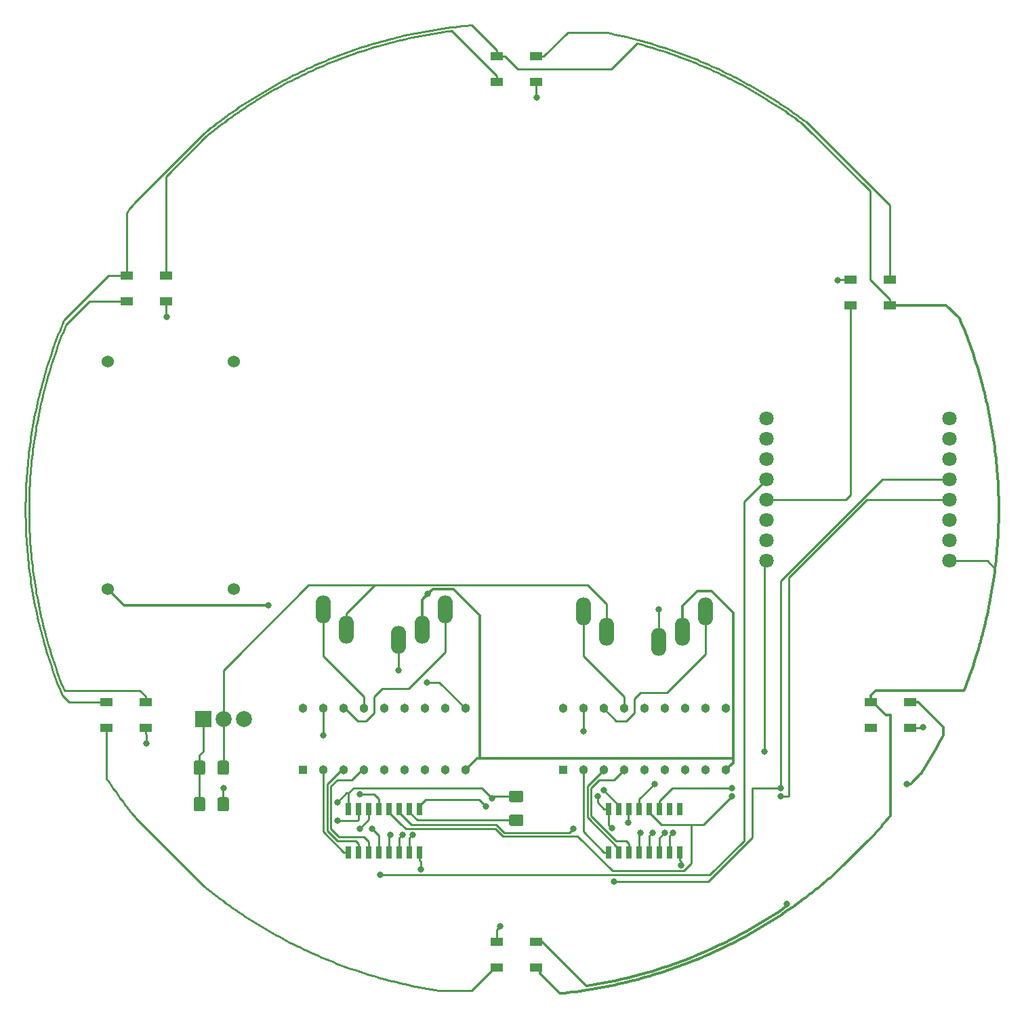
<source format=gbr>
G04 #@! TF.GenerationSoftware,KiCad,Pcbnew,(5.1.4)-1*
G04 #@! TF.CreationDate,2020-02-10T21:36:07-05:00*
G04 #@! TF.ProjectId,xmas,786d6173-2e6b-4696-9361-645f70636258,rev?*
G04 #@! TF.SameCoordinates,Original*
G04 #@! TF.FileFunction,Copper,L1,Top*
G04 #@! TF.FilePolarity,Positive*
%FSLAX46Y46*%
G04 Gerber Fmt 4.6, Leading zero omitted, Abs format (unit mm)*
G04 Created by KiCad (PCBNEW (5.1.4)-1) date 2020-02-10 21:36:07*
%MOMM*%
%LPD*%
G04 APERTURE LIST*
%ADD10C,1.524000*%
%ADD11R,1.500000X1.000000*%
%ADD12C,1.800000*%
%ADD13C,2.000000*%
%ADD14R,2.000000X2.000000*%
%ADD15C,0.100000*%
%ADD16C,1.425000*%
%ADD17O,1.900000X3.500000*%
%ADD18C,1.133000*%
%ADD19R,1.133000X1.133000*%
%ADD20R,0.650000X1.525000*%
%ADD21C,0.800000*%
%ADD22C,0.250000*%
%ADD23C,0.300000*%
G04 APERTURE END LIST*
D10*
X153162000Y-85852000D03*
X137414000Y-85852000D03*
X153162000Y-57404000D03*
X137414000Y-57404000D03*
D11*
X235114000Y-50368000D03*
X235114000Y-47168000D03*
X230214000Y-50368000D03*
X230214000Y-47168000D03*
D12*
X219710000Y-64516000D03*
X219710000Y-67056000D03*
X219710000Y-69596000D03*
X219710000Y-72136000D03*
X219710000Y-74676000D03*
X219710000Y-77216000D03*
X219710000Y-79756000D03*
X219710000Y-82296000D03*
X242570000Y-82296000D03*
X242570000Y-79756000D03*
X242570000Y-77216000D03*
X242570000Y-74676000D03*
X242570000Y-72136000D03*
X242570000Y-69596000D03*
X242570000Y-67056000D03*
X242570000Y-64516000D03*
D13*
X154432000Y-102108000D03*
X151892000Y-102108000D03*
D14*
X149352000Y-102108000D03*
D15*
G36*
X152342504Y-111902204D02*
G01*
X152366773Y-111905804D01*
X152390571Y-111911765D01*
X152413671Y-111920030D01*
X152435849Y-111930520D01*
X152456893Y-111943133D01*
X152476598Y-111957747D01*
X152494777Y-111974223D01*
X152511253Y-111992402D01*
X152525867Y-112012107D01*
X152538480Y-112033151D01*
X152548970Y-112055329D01*
X152557235Y-112078429D01*
X152563196Y-112102227D01*
X152566796Y-112126496D01*
X152568000Y-112151000D01*
X152568000Y-113401000D01*
X152566796Y-113425504D01*
X152563196Y-113449773D01*
X152557235Y-113473571D01*
X152548970Y-113496671D01*
X152538480Y-113518849D01*
X152525867Y-113539893D01*
X152511253Y-113559598D01*
X152494777Y-113577777D01*
X152476598Y-113594253D01*
X152456893Y-113608867D01*
X152435849Y-113621480D01*
X152413671Y-113631970D01*
X152390571Y-113640235D01*
X152366773Y-113646196D01*
X152342504Y-113649796D01*
X152318000Y-113651000D01*
X151393000Y-113651000D01*
X151368496Y-113649796D01*
X151344227Y-113646196D01*
X151320429Y-113640235D01*
X151297329Y-113631970D01*
X151275151Y-113621480D01*
X151254107Y-113608867D01*
X151234402Y-113594253D01*
X151216223Y-113577777D01*
X151199747Y-113559598D01*
X151185133Y-113539893D01*
X151172520Y-113518849D01*
X151162030Y-113496671D01*
X151153765Y-113473571D01*
X151147804Y-113449773D01*
X151144204Y-113425504D01*
X151143000Y-113401000D01*
X151143000Y-112151000D01*
X151144204Y-112126496D01*
X151147804Y-112102227D01*
X151153765Y-112078429D01*
X151162030Y-112055329D01*
X151172520Y-112033151D01*
X151185133Y-112012107D01*
X151199747Y-111992402D01*
X151216223Y-111974223D01*
X151234402Y-111957747D01*
X151254107Y-111943133D01*
X151275151Y-111930520D01*
X151297329Y-111920030D01*
X151320429Y-111911765D01*
X151344227Y-111905804D01*
X151368496Y-111902204D01*
X151393000Y-111901000D01*
X152318000Y-111901000D01*
X152342504Y-111902204D01*
X152342504Y-111902204D01*
G37*
D16*
X151855500Y-112776000D03*
D15*
G36*
X149367504Y-111902204D02*
G01*
X149391773Y-111905804D01*
X149415571Y-111911765D01*
X149438671Y-111920030D01*
X149460849Y-111930520D01*
X149481893Y-111943133D01*
X149501598Y-111957747D01*
X149519777Y-111974223D01*
X149536253Y-111992402D01*
X149550867Y-112012107D01*
X149563480Y-112033151D01*
X149573970Y-112055329D01*
X149582235Y-112078429D01*
X149588196Y-112102227D01*
X149591796Y-112126496D01*
X149593000Y-112151000D01*
X149593000Y-113401000D01*
X149591796Y-113425504D01*
X149588196Y-113449773D01*
X149582235Y-113473571D01*
X149573970Y-113496671D01*
X149563480Y-113518849D01*
X149550867Y-113539893D01*
X149536253Y-113559598D01*
X149519777Y-113577777D01*
X149501598Y-113594253D01*
X149481893Y-113608867D01*
X149460849Y-113621480D01*
X149438671Y-113631970D01*
X149415571Y-113640235D01*
X149391773Y-113646196D01*
X149367504Y-113649796D01*
X149343000Y-113651000D01*
X148418000Y-113651000D01*
X148393496Y-113649796D01*
X148369227Y-113646196D01*
X148345429Y-113640235D01*
X148322329Y-113631970D01*
X148300151Y-113621480D01*
X148279107Y-113608867D01*
X148259402Y-113594253D01*
X148241223Y-113577777D01*
X148224747Y-113559598D01*
X148210133Y-113539893D01*
X148197520Y-113518849D01*
X148187030Y-113496671D01*
X148178765Y-113473571D01*
X148172804Y-113449773D01*
X148169204Y-113425504D01*
X148168000Y-113401000D01*
X148168000Y-112151000D01*
X148169204Y-112126496D01*
X148172804Y-112102227D01*
X148178765Y-112078429D01*
X148187030Y-112055329D01*
X148197520Y-112033151D01*
X148210133Y-112012107D01*
X148224747Y-111992402D01*
X148241223Y-111974223D01*
X148259402Y-111957747D01*
X148279107Y-111943133D01*
X148300151Y-111930520D01*
X148322329Y-111920030D01*
X148345429Y-111911765D01*
X148369227Y-111905804D01*
X148393496Y-111902204D01*
X148418000Y-111901000D01*
X149343000Y-111901000D01*
X149367504Y-111902204D01*
X149367504Y-111902204D01*
G37*
D16*
X148880500Y-112776000D03*
D15*
G36*
X149367504Y-107330204D02*
G01*
X149391773Y-107333804D01*
X149415571Y-107339765D01*
X149438671Y-107348030D01*
X149460849Y-107358520D01*
X149481893Y-107371133D01*
X149501598Y-107385747D01*
X149519777Y-107402223D01*
X149536253Y-107420402D01*
X149550867Y-107440107D01*
X149563480Y-107461151D01*
X149573970Y-107483329D01*
X149582235Y-107506429D01*
X149588196Y-107530227D01*
X149591796Y-107554496D01*
X149593000Y-107579000D01*
X149593000Y-108829000D01*
X149591796Y-108853504D01*
X149588196Y-108877773D01*
X149582235Y-108901571D01*
X149573970Y-108924671D01*
X149563480Y-108946849D01*
X149550867Y-108967893D01*
X149536253Y-108987598D01*
X149519777Y-109005777D01*
X149501598Y-109022253D01*
X149481893Y-109036867D01*
X149460849Y-109049480D01*
X149438671Y-109059970D01*
X149415571Y-109068235D01*
X149391773Y-109074196D01*
X149367504Y-109077796D01*
X149343000Y-109079000D01*
X148418000Y-109079000D01*
X148393496Y-109077796D01*
X148369227Y-109074196D01*
X148345429Y-109068235D01*
X148322329Y-109059970D01*
X148300151Y-109049480D01*
X148279107Y-109036867D01*
X148259402Y-109022253D01*
X148241223Y-109005777D01*
X148224747Y-108987598D01*
X148210133Y-108967893D01*
X148197520Y-108946849D01*
X148187030Y-108924671D01*
X148178765Y-108901571D01*
X148172804Y-108877773D01*
X148169204Y-108853504D01*
X148168000Y-108829000D01*
X148168000Y-107579000D01*
X148169204Y-107554496D01*
X148172804Y-107530227D01*
X148178765Y-107506429D01*
X148187030Y-107483329D01*
X148197520Y-107461151D01*
X148210133Y-107440107D01*
X148224747Y-107420402D01*
X148241223Y-107402223D01*
X148259402Y-107385747D01*
X148279107Y-107371133D01*
X148300151Y-107358520D01*
X148322329Y-107348030D01*
X148345429Y-107339765D01*
X148369227Y-107333804D01*
X148393496Y-107330204D01*
X148418000Y-107329000D01*
X149343000Y-107329000D01*
X149367504Y-107330204D01*
X149367504Y-107330204D01*
G37*
D16*
X148880500Y-108204000D03*
D15*
G36*
X152342504Y-107330204D02*
G01*
X152366773Y-107333804D01*
X152390571Y-107339765D01*
X152413671Y-107348030D01*
X152435849Y-107358520D01*
X152456893Y-107371133D01*
X152476598Y-107385747D01*
X152494777Y-107402223D01*
X152511253Y-107420402D01*
X152525867Y-107440107D01*
X152538480Y-107461151D01*
X152548970Y-107483329D01*
X152557235Y-107506429D01*
X152563196Y-107530227D01*
X152566796Y-107554496D01*
X152568000Y-107579000D01*
X152568000Y-108829000D01*
X152566796Y-108853504D01*
X152563196Y-108877773D01*
X152557235Y-108901571D01*
X152548970Y-108924671D01*
X152538480Y-108946849D01*
X152525867Y-108967893D01*
X152511253Y-108987598D01*
X152494777Y-109005777D01*
X152476598Y-109022253D01*
X152456893Y-109036867D01*
X152435849Y-109049480D01*
X152413671Y-109059970D01*
X152390571Y-109068235D01*
X152366773Y-109074196D01*
X152342504Y-109077796D01*
X152318000Y-109079000D01*
X151393000Y-109079000D01*
X151368496Y-109077796D01*
X151344227Y-109074196D01*
X151320429Y-109068235D01*
X151297329Y-109059970D01*
X151275151Y-109049480D01*
X151254107Y-109036867D01*
X151234402Y-109022253D01*
X151216223Y-109005777D01*
X151199747Y-108987598D01*
X151185133Y-108967893D01*
X151172520Y-108946849D01*
X151162030Y-108924671D01*
X151153765Y-108901571D01*
X151147804Y-108877773D01*
X151144204Y-108853504D01*
X151143000Y-108829000D01*
X151143000Y-107579000D01*
X151144204Y-107554496D01*
X151147804Y-107530227D01*
X151153765Y-107506429D01*
X151162030Y-107483329D01*
X151172520Y-107461151D01*
X151185133Y-107440107D01*
X151199747Y-107420402D01*
X151216223Y-107402223D01*
X151234402Y-107385747D01*
X151254107Y-107371133D01*
X151275151Y-107358520D01*
X151297329Y-107348030D01*
X151320429Y-107339765D01*
X151344227Y-107333804D01*
X151368496Y-107330204D01*
X151393000Y-107329000D01*
X152318000Y-107329000D01*
X152342504Y-107330204D01*
X152342504Y-107330204D01*
G37*
D16*
X151855500Y-108204000D03*
D11*
X232754000Y-100000000D03*
X232754000Y-103200000D03*
X237654000Y-100000000D03*
X237654000Y-103200000D03*
X190918000Y-133172000D03*
X190918000Y-129972000D03*
X186018000Y-133172000D03*
X186018000Y-129972000D03*
X137250000Y-100000000D03*
X137250000Y-103200000D03*
X142150000Y-100000000D03*
X142150000Y-103200000D03*
X139790000Y-46660000D03*
X139790000Y-49860000D03*
X144690000Y-46660000D03*
X144690000Y-49860000D03*
X186018000Y-19228000D03*
X186018000Y-22428000D03*
X190918000Y-19228000D03*
X190918000Y-22428000D03*
D15*
G36*
X189117504Y-111085204D02*
G01*
X189141773Y-111088804D01*
X189165571Y-111094765D01*
X189188671Y-111103030D01*
X189210849Y-111113520D01*
X189231893Y-111126133D01*
X189251598Y-111140747D01*
X189269777Y-111157223D01*
X189286253Y-111175402D01*
X189300867Y-111195107D01*
X189313480Y-111216151D01*
X189323970Y-111238329D01*
X189332235Y-111261429D01*
X189338196Y-111285227D01*
X189341796Y-111309496D01*
X189343000Y-111334000D01*
X189343000Y-112259000D01*
X189341796Y-112283504D01*
X189338196Y-112307773D01*
X189332235Y-112331571D01*
X189323970Y-112354671D01*
X189313480Y-112376849D01*
X189300867Y-112397893D01*
X189286253Y-112417598D01*
X189269777Y-112435777D01*
X189251598Y-112452253D01*
X189231893Y-112466867D01*
X189210849Y-112479480D01*
X189188671Y-112489970D01*
X189165571Y-112498235D01*
X189141773Y-112504196D01*
X189117504Y-112507796D01*
X189093000Y-112509000D01*
X187843000Y-112509000D01*
X187818496Y-112507796D01*
X187794227Y-112504196D01*
X187770429Y-112498235D01*
X187747329Y-112489970D01*
X187725151Y-112479480D01*
X187704107Y-112466867D01*
X187684402Y-112452253D01*
X187666223Y-112435777D01*
X187649747Y-112417598D01*
X187635133Y-112397893D01*
X187622520Y-112376849D01*
X187612030Y-112354671D01*
X187603765Y-112331571D01*
X187597804Y-112307773D01*
X187594204Y-112283504D01*
X187593000Y-112259000D01*
X187593000Y-111334000D01*
X187594204Y-111309496D01*
X187597804Y-111285227D01*
X187603765Y-111261429D01*
X187612030Y-111238329D01*
X187622520Y-111216151D01*
X187635133Y-111195107D01*
X187649747Y-111175402D01*
X187666223Y-111157223D01*
X187684402Y-111140747D01*
X187704107Y-111126133D01*
X187725151Y-111113520D01*
X187747329Y-111103030D01*
X187770429Y-111094765D01*
X187794227Y-111088804D01*
X187818496Y-111085204D01*
X187843000Y-111084000D01*
X189093000Y-111084000D01*
X189117504Y-111085204D01*
X189117504Y-111085204D01*
G37*
D16*
X188468000Y-111796500D03*
D15*
G36*
X189117504Y-114060204D02*
G01*
X189141773Y-114063804D01*
X189165571Y-114069765D01*
X189188671Y-114078030D01*
X189210849Y-114088520D01*
X189231893Y-114101133D01*
X189251598Y-114115747D01*
X189269777Y-114132223D01*
X189286253Y-114150402D01*
X189300867Y-114170107D01*
X189313480Y-114191151D01*
X189323970Y-114213329D01*
X189332235Y-114236429D01*
X189338196Y-114260227D01*
X189341796Y-114284496D01*
X189343000Y-114309000D01*
X189343000Y-115234000D01*
X189341796Y-115258504D01*
X189338196Y-115282773D01*
X189332235Y-115306571D01*
X189323970Y-115329671D01*
X189313480Y-115351849D01*
X189300867Y-115372893D01*
X189286253Y-115392598D01*
X189269777Y-115410777D01*
X189251598Y-115427253D01*
X189231893Y-115441867D01*
X189210849Y-115454480D01*
X189188671Y-115464970D01*
X189165571Y-115473235D01*
X189141773Y-115479196D01*
X189117504Y-115482796D01*
X189093000Y-115484000D01*
X187843000Y-115484000D01*
X187818496Y-115482796D01*
X187794227Y-115479196D01*
X187770429Y-115473235D01*
X187747329Y-115464970D01*
X187725151Y-115454480D01*
X187704107Y-115441867D01*
X187684402Y-115427253D01*
X187666223Y-115410777D01*
X187649747Y-115392598D01*
X187635133Y-115372893D01*
X187622520Y-115351849D01*
X187612030Y-115329671D01*
X187603765Y-115306571D01*
X187597804Y-115282773D01*
X187594204Y-115258504D01*
X187593000Y-115234000D01*
X187593000Y-114309000D01*
X187594204Y-114284496D01*
X187597804Y-114260227D01*
X187603765Y-114236429D01*
X187612030Y-114213329D01*
X187622520Y-114191151D01*
X187635133Y-114170107D01*
X187649747Y-114150402D01*
X187666223Y-114132223D01*
X187684402Y-114115747D01*
X187704107Y-114101133D01*
X187725151Y-114088520D01*
X187747329Y-114078030D01*
X187770429Y-114069765D01*
X187794227Y-114063804D01*
X187818496Y-114060204D01*
X187843000Y-114059000D01*
X189093000Y-114059000D01*
X189117504Y-114060204D01*
X189117504Y-114060204D01*
G37*
D16*
X188468000Y-114771500D03*
D17*
X199719359Y-91186000D03*
X196896445Y-88646000D03*
X212090000Y-88646000D03*
X209220640Y-91186000D03*
X206248000Y-92456000D03*
X167207359Y-90932000D03*
X164384445Y-88392000D03*
X179578000Y-88392000D03*
X176708640Y-90932000D03*
X173736000Y-92202000D03*
D18*
X161798000Y-100782000D03*
X164338000Y-100782000D03*
X166878000Y-100782000D03*
X169418000Y-100782000D03*
X171958000Y-100782000D03*
X174498000Y-100782000D03*
X177038000Y-100782000D03*
X179578000Y-100782000D03*
X182118000Y-100782000D03*
X182118000Y-108514000D03*
X179578000Y-108514000D03*
X177038000Y-108514000D03*
X174498000Y-108514000D03*
X171958000Y-108514000D03*
X169418000Y-108514000D03*
X166878000Y-108514000D03*
X164338000Y-108514000D03*
D19*
X161798000Y-108514000D03*
D20*
X167513000Y-118790000D03*
X168783000Y-118790000D03*
X170053000Y-118790000D03*
X171323000Y-118790000D03*
X172593000Y-118790000D03*
X173863000Y-118790000D03*
X175133000Y-118790000D03*
X176403000Y-118790000D03*
X176403000Y-113366000D03*
X175133000Y-113366000D03*
X173863000Y-113366000D03*
X172593000Y-113366000D03*
X171323000Y-113366000D03*
X170053000Y-113366000D03*
X168783000Y-113366000D03*
X167513000Y-113366000D03*
X200025000Y-113366000D03*
X201295000Y-113366000D03*
X202565000Y-113366000D03*
X203835000Y-113366000D03*
X205105000Y-113366000D03*
X206375000Y-113366000D03*
X207645000Y-113366000D03*
X208915000Y-113366000D03*
X208915000Y-118790000D03*
X207645000Y-118790000D03*
X206375000Y-118790000D03*
X205105000Y-118790000D03*
X203835000Y-118790000D03*
X202565000Y-118790000D03*
X201295000Y-118790000D03*
X200025000Y-118790000D03*
D19*
X194310000Y-108514000D03*
D18*
X196850000Y-108514000D03*
X199390000Y-108514000D03*
X201930000Y-108514000D03*
X204470000Y-108514000D03*
X207010000Y-108514000D03*
X209550000Y-108514000D03*
X212090000Y-108514000D03*
X214630000Y-108514000D03*
X214630000Y-100782000D03*
X212090000Y-100782000D03*
X209550000Y-100782000D03*
X207010000Y-100782000D03*
X204470000Y-100782000D03*
X201930000Y-100782000D03*
X199390000Y-100782000D03*
X196850000Y-100782000D03*
X194310000Y-100782000D03*
D21*
X164338000Y-104140000D03*
X206248000Y-88392000D03*
X176530000Y-120904000D03*
X209042000Y-120396000D03*
X168910000Y-111506000D03*
X239268000Y-103124000D03*
X228600000Y-47244000D03*
X191008000Y-24384000D03*
X144780000Y-51816000D03*
X151892000Y-110744000D03*
X186436000Y-128016000D03*
X142240000Y-105156000D03*
X205740000Y-110236000D03*
X177282805Y-97545195D03*
X173736000Y-96012000D03*
X175514000Y-116586000D03*
X174244000Y-116586000D03*
X172720000Y-116586000D03*
X170434000Y-115824000D03*
X166116000Y-114808000D03*
X184658000Y-113030000D03*
X202438000Y-115062000D03*
X199390000Y-110998000D03*
X208030653Y-116336653D03*
X207010000Y-116332000D03*
X205486000Y-116332000D03*
X203962000Y-116332000D03*
X196850000Y-103632000D03*
X221488000Y-110744000D03*
X215392000Y-110744000D03*
X195580000Y-115824000D03*
X200660000Y-122428000D03*
X215392000Y-111760000D03*
X221488000Y-111760000D03*
X168910000Y-115824000D03*
X171486999Y-121629001D03*
X177419000Y-86487000D03*
X157480000Y-87884000D03*
X198628000Y-111760000D03*
X185420000Y-112014000D03*
X166116000Y-112522000D03*
X200406000Y-115787000D03*
X219456000Y-106172000D03*
X237236000Y-110236000D03*
X222283772Y-125210596D03*
D22*
X164338000Y-104140000D02*
X164338000Y-100528000D01*
X179578000Y-93726000D02*
X179578000Y-88392000D01*
X175006000Y-98298000D02*
X179578000Y-93726000D01*
X171704000Y-98298000D02*
X175006000Y-98298000D01*
X167444499Y-101094499D02*
X167444499Y-101150499D01*
X166878000Y-100528000D02*
X167444499Y-101094499D01*
X167444499Y-101150499D02*
X168656000Y-102362000D01*
X170688000Y-99314000D02*
X171704000Y-98298000D01*
X168656000Y-102362000D02*
X169672000Y-102362000D01*
X169672000Y-102362000D02*
X170688000Y-101346000D01*
X170688000Y-101346000D02*
X170688000Y-99314000D01*
X169418000Y-100528000D02*
X169418000Y-99314000D01*
X169418000Y-99314000D02*
X164338000Y-94234000D01*
X164384445Y-94187555D02*
X164384445Y-88392000D01*
X164338000Y-94234000D02*
X164384445Y-94187555D01*
X206248000Y-92456000D02*
X206248000Y-88392000D01*
X176403000Y-119802500D02*
X176530000Y-119929500D01*
X176403000Y-118790000D02*
X176403000Y-119802500D01*
X176530000Y-119929500D02*
X176530000Y-120904000D01*
X208915000Y-119802500D02*
X209042000Y-119929500D01*
X208915000Y-118790000D02*
X208915000Y-119802500D01*
X209042000Y-119929500D02*
X209042000Y-120396000D01*
X203835000Y-113366000D02*
X203835000Y-112353500D01*
X171323000Y-112141000D02*
X171323000Y-113366000D01*
X170688000Y-111506000D02*
X171196000Y-112014000D01*
X168910000Y-111506000D02*
X170688000Y-111506000D01*
X170942000Y-111760000D02*
X171196000Y-112014000D01*
X171196000Y-112014000D02*
X171323000Y-112141000D01*
X237654000Y-103200000D02*
X239192000Y-103200000D01*
X239192000Y-103200000D02*
X239268000Y-103124000D01*
X230214000Y-47168000D02*
X228676000Y-47168000D01*
X228676000Y-47168000D02*
X228600000Y-47244000D01*
X190918000Y-22428000D02*
X190918000Y-24294000D01*
X190918000Y-24294000D02*
X191008000Y-24384000D01*
X144690000Y-49860000D02*
X144690000Y-51726000D01*
X144690000Y-51726000D02*
X144780000Y-51816000D01*
X142150000Y-103950000D02*
X142240000Y-104040000D01*
X142150000Y-103200000D02*
X142150000Y-103950000D01*
X142240000Y-104040000D02*
X142240000Y-105156000D01*
X151855500Y-112776000D02*
X151855500Y-110780500D01*
X151855500Y-110780500D02*
X151892000Y-110744000D01*
X186018000Y-129972000D02*
X186018000Y-128434000D01*
X186018000Y-128434000D02*
X186436000Y-128016000D01*
X203835000Y-112353500D02*
X203835000Y-112141000D01*
X203835000Y-112141000D02*
X205740000Y-110236000D01*
X182118000Y-100782000D02*
X178872000Y-97536000D01*
X178872000Y-97536000D02*
X177292000Y-97536000D01*
X177292000Y-97536000D02*
X177282805Y-97545195D01*
X173736000Y-96012000D02*
X173736000Y-92202000D01*
X175133000Y-118790000D02*
X175133000Y-116967000D01*
X175133000Y-116967000D02*
X175514000Y-116586000D01*
X173863000Y-118790000D02*
X173863000Y-116967000D01*
X173863000Y-116967000D02*
X174244000Y-116586000D01*
X172593000Y-118790000D02*
X172593000Y-116713000D01*
X172593000Y-116713000D02*
X172720000Y-116586000D01*
X171323000Y-118790000D02*
X171323000Y-116713000D01*
X171323000Y-116713000D02*
X171196000Y-116586000D01*
X171196000Y-116586000D02*
X170434000Y-115824000D01*
X170053000Y-118352500D02*
X170053000Y-118790000D01*
X170053000Y-118790000D02*
X170053000Y-118237000D01*
X166116000Y-109728000D02*
X167950000Y-109728000D01*
X170053000Y-117475000D02*
X169475990Y-116897990D01*
X170053000Y-118790000D02*
X170053000Y-117475000D01*
X169475990Y-116897990D02*
X166318810Y-116897990D01*
X166318810Y-116897990D02*
X165296010Y-115875190D01*
X165296010Y-115875190D02*
X165296010Y-110547990D01*
X167950000Y-109728000D02*
X169418000Y-108260000D01*
X165296010Y-110547990D02*
X166116000Y-109728000D01*
X168783000Y-118352500D02*
X168783000Y-118790000D01*
X168783000Y-117729000D02*
X168783000Y-118790000D01*
X168402000Y-117348000D02*
X168783000Y-117729000D01*
X166132410Y-117348000D02*
X168402000Y-117348000D01*
X164846000Y-116061590D02*
X166132410Y-117348000D01*
X166878000Y-108260000D02*
X164846000Y-110292000D01*
X164846000Y-110292000D02*
X164846000Y-116061590D01*
X166938000Y-118790000D02*
X167513000Y-118790000D01*
X164338000Y-108260000D02*
X164338000Y-116190000D01*
X164338000Y-116190000D02*
X166938000Y-118790000D01*
X168783000Y-113366000D02*
X168783000Y-112928500D01*
X168783000Y-113366000D02*
X168783000Y-114681000D01*
X168783000Y-114681000D02*
X168656000Y-114808000D01*
X168656000Y-114808000D02*
X166116000Y-114808000D01*
X176403000Y-112928500D02*
X177121490Y-112210010D01*
X176403000Y-113366000D02*
X176403000Y-112928500D01*
X177121490Y-112210010D02*
X183838010Y-112210010D01*
X183838010Y-112210010D02*
X184658000Y-113030000D01*
X202438000Y-113493000D02*
X202565000Y-113366000D01*
X202438000Y-115062000D02*
X202438000Y-113493000D01*
X199390000Y-111023500D02*
X199390000Y-110998000D01*
X201295000Y-113366000D02*
X201295000Y-112928500D01*
X201295000Y-112928500D02*
X199390000Y-111023500D01*
X207645000Y-118790000D02*
X207645000Y-116722306D01*
X207645000Y-116722306D02*
X208030653Y-116336653D01*
X206375000Y-118790000D02*
X206375000Y-116967000D01*
X206375000Y-116967000D02*
X207010000Y-116332000D01*
X205105000Y-118790000D02*
X205105000Y-116713000D01*
X205105000Y-116713000D02*
X205486000Y-116332000D01*
X203835000Y-118790000D02*
X203835000Y-117221000D01*
X203835000Y-117221000D02*
X203835000Y-116459000D01*
X203835000Y-116459000D02*
X203962000Y-116332000D01*
X202565000Y-118790000D02*
X202565000Y-118352500D01*
X200716000Y-109728000D02*
X201930000Y-108514000D01*
X198812410Y-109728000D02*
X199644000Y-109728000D01*
X197808010Y-110732400D02*
X198812410Y-109728000D01*
X197808010Y-114229100D02*
X197808010Y-110732400D01*
X199644000Y-109728000D02*
X200716000Y-109728000D01*
X199390000Y-109728000D02*
X199644000Y-109728000D01*
X202565000Y-118790000D02*
X202565000Y-117729000D01*
X202184000Y-117348000D02*
X200926910Y-117348000D01*
X202565000Y-117729000D02*
X202184000Y-117348000D01*
X200926910Y-117348000D02*
X197808010Y-114229100D01*
X201295000Y-118352500D02*
X197358000Y-114415500D01*
X201295000Y-118790000D02*
X201295000Y-118352500D01*
X197358000Y-110546000D02*
X199390000Y-108514000D01*
X197358000Y-114415500D02*
X197358000Y-110546000D01*
X196850000Y-109315151D02*
X196850000Y-108514000D01*
X196850000Y-116190000D02*
X196850000Y-109315151D01*
X199450000Y-118790000D02*
X196850000Y-116190000D01*
X200025000Y-118790000D02*
X199450000Y-118790000D01*
X196850000Y-103632000D02*
X196850000Y-100782000D01*
X200970000Y-102362000D02*
X199390000Y-100782000D01*
X212090000Y-93980000D02*
X207264000Y-98806000D01*
X202184000Y-102362000D02*
X200970000Y-102362000D01*
X212090000Y-88646000D02*
X212090000Y-93980000D01*
X207264000Y-98806000D02*
X203962000Y-98806000D01*
X203962000Y-98806000D02*
X203200000Y-99568000D01*
X203200000Y-99568000D02*
X203200000Y-101346000D01*
X203200000Y-101346000D02*
X202184000Y-102362000D01*
X201930000Y-100782000D02*
X201930000Y-99314000D01*
X196896445Y-94280445D02*
X196896445Y-88646000D01*
X201930000Y-99314000D02*
X196896445Y-94280445D01*
X173863000Y-113366000D02*
X173863000Y-113793410D01*
X242570000Y-72136000D02*
X234188000Y-72136000D01*
X234188000Y-72136000D02*
X221488000Y-84836000D01*
X221488000Y-84836000D02*
X221488000Y-110744000D01*
X207984500Y-110744000D02*
X215392000Y-110744000D01*
X206375000Y-112353500D02*
X207984500Y-110744000D01*
X206375000Y-113366000D02*
X206375000Y-112353500D01*
X173863000Y-113803500D02*
X175375500Y-115316000D01*
X173863000Y-113366000D02*
X173863000Y-113803500D01*
X175375500Y-115316000D02*
X185928000Y-115316000D01*
X185928000Y-115316000D02*
X186944000Y-116332000D01*
X186944000Y-116332000D02*
X189992000Y-116332000D01*
X221488000Y-110744000D02*
X217932000Y-110744000D01*
X189992000Y-116332000D02*
X195072000Y-116332000D01*
X195072000Y-116332000D02*
X195580000Y-115824000D01*
X217932000Y-116968410D02*
X217932000Y-110744000D01*
X212472410Y-122428000D02*
X217932000Y-116968410D01*
X200660000Y-122428000D02*
X212472410Y-122428000D01*
X172593000Y-113803500D02*
X172720000Y-113930500D01*
X172593000Y-113366000D02*
X172593000Y-113803500D01*
X232284410Y-74676000D02*
X242570000Y-74676000D01*
X222504000Y-84456410D02*
X232284410Y-74676000D01*
X221488000Y-111760000D02*
X222504000Y-111760000D01*
X222504000Y-111760000D02*
X222504000Y-84456410D01*
X205105000Y-113803500D02*
X205105000Y-113366000D01*
X206617500Y-115316000D02*
X205105000Y-113803500D01*
X215392000Y-111760000D02*
X211836000Y-115316000D01*
X210312000Y-115316000D02*
X206617500Y-115316000D01*
X211836000Y-115316000D02*
X210312000Y-115316000D01*
X172593000Y-113803500D02*
X174105500Y-115316000D01*
X174650499Y-115860999D02*
X172593000Y-113803500D01*
X210312000Y-120199002D02*
X209390001Y-121121001D01*
X210312000Y-115316000D02*
X210312000Y-120199002D01*
X209390001Y-121121001D02*
X200484981Y-121121001D01*
X185836589Y-115860999D02*
X174650499Y-115860999D01*
X200484981Y-121121001D02*
X196145990Y-116782010D01*
X196145990Y-116782010D02*
X186757600Y-116782010D01*
X186757600Y-116782010D02*
X185836589Y-115860999D01*
X170053000Y-113366000D02*
X170053000Y-114681000D01*
X170053000Y-114681000D02*
X168910000Y-115824000D01*
X216916000Y-74930000D02*
X219710000Y-72136000D01*
X216916000Y-117348000D02*
X216916000Y-74930000D01*
X212634999Y-121629001D02*
X216916000Y-117348000D01*
X174969001Y-121629001D02*
X171486999Y-121629001D01*
X174969001Y-121629001D02*
X212634999Y-121629001D01*
X174400503Y-121629001D02*
X174969001Y-121629001D01*
D23*
X215196499Y-107947501D02*
X214630000Y-108514000D01*
X215546501Y-107597499D02*
X215196499Y-107947501D01*
X209220640Y-91186000D02*
X209220640Y-89078640D01*
X209220640Y-89078640D02*
X209220640Y-88876869D01*
X215546501Y-88800501D02*
X215546501Y-89761499D01*
X215546501Y-89464010D02*
X215546501Y-89761499D01*
X209220640Y-89078640D02*
X209220640Y-87959360D01*
X209220640Y-87959360D02*
X211074000Y-86106000D01*
X211074000Y-86106000D02*
X212852000Y-86106000D01*
X212852000Y-86106000D02*
X215546501Y-88800501D01*
X176708640Y-90932000D02*
X176708640Y-88721360D01*
X176708640Y-88721360D02*
X176708640Y-88622869D01*
X176708640Y-88721360D02*
X176708640Y-87197360D01*
X178054000Y-85852000D02*
X180594000Y-85852000D01*
X180594000Y-85852000D02*
X183034501Y-88292501D01*
X177419000Y-86487000D02*
X178054000Y-85852000D01*
X176708640Y-87197360D02*
X177419000Y-86487000D01*
X137414000Y-85852000D02*
X138684000Y-87122000D01*
X139446000Y-87884000D02*
X137414000Y-85852000D01*
X157480000Y-87884000D02*
X139446000Y-87884000D01*
X215546501Y-107033499D02*
X215546501Y-107597499D01*
X215546501Y-89761499D02*
X215546501Y-107033499D01*
X183896000Y-89154000D02*
X180594000Y-85852000D01*
X183896000Y-107033499D02*
X183896000Y-89154000D01*
X183598501Y-107033499D02*
X182118000Y-108514000D01*
X184050501Y-107033499D02*
X183598501Y-107033499D01*
X215546501Y-107033499D02*
X184050501Y-107033499D01*
D22*
X127182580Y-78158482D02*
X127166681Y-77667114D01*
X127202462Y-78649951D02*
X127182580Y-78158482D01*
X127254140Y-79632242D02*
X127226314Y-79141193D01*
X127321692Y-80613492D02*
X127285928Y-80122937D01*
X127361407Y-81103556D02*
X127321692Y-80613492D01*
X127559920Y-83060789D02*
X127504343Y-82571965D01*
X129917236Y-94107149D02*
X129772252Y-93637122D01*
X130065966Y-94575833D02*
X129917236Y-94107149D01*
X129772252Y-93637122D02*
X129631093Y-93166001D01*
X127821601Y-85010373D02*
X127750282Y-84523868D01*
X127226314Y-79141193D02*
X127202462Y-78649951D01*
X130218531Y-95043451D02*
X130065966Y-94575833D01*
X130534898Y-95974668D02*
X130374883Y-95509848D01*
X131212658Y-97821307D02*
X131037683Y-97361875D01*
X130698750Y-96438414D02*
X130534898Y-95974668D01*
X130866301Y-96900696D02*
X130698750Y-96438414D01*
X127682866Y-84036549D02*
X127619417Y-83548889D01*
X127976046Y-85981691D02*
X127896862Y-85496362D01*
X131037683Y-97361875D02*
X130866301Y-96900696D01*
X137250000Y-100000000D02*
X132568560Y-100000000D01*
X130374883Y-95509848D02*
X130218531Y-95043451D01*
X129230575Y-91746145D02*
X129104725Y-91270699D01*
X132568560Y-100000000D02*
X131760011Y-99191451D01*
X129104725Y-91270699D02*
X128982715Y-90794220D01*
X131760011Y-99191451D02*
X131573898Y-98736289D01*
X131573898Y-98736289D02*
X131391414Y-98279495D01*
X127285928Y-80122937D02*
X127254140Y-79632242D01*
X131391414Y-98279495D02*
X131212658Y-97821307D01*
X129631093Y-93166001D02*
X129493773Y-92693840D01*
X129493773Y-92693840D02*
X129360250Y-92220491D01*
X129360250Y-92220491D02*
X129230575Y-91746145D01*
X128982715Y-90794220D02*
X128864578Y-90316830D01*
X128864578Y-90316830D02*
X128750303Y-89838502D01*
X128750303Y-89838502D02*
X128639885Y-89359194D01*
X127619417Y-83548889D02*
X127559920Y-83060789D01*
X128639885Y-89359194D02*
X128533372Y-88879124D01*
X127166681Y-77667114D02*
X127154749Y-77175338D01*
X128533372Y-88879124D02*
X128430727Y-88398129D01*
X128430727Y-88398129D02*
X128331994Y-87916416D01*
X127154749Y-77175338D02*
X127146795Y-76683553D01*
X128331994Y-87916416D02*
X128237137Y-87433798D01*
X127452752Y-82083006D02*
X127405097Y-81593434D01*
X128237137Y-87433798D02*
X128146198Y-86950496D01*
X127405097Y-81593434D02*
X127361407Y-81103556D01*
X128146198Y-86950496D02*
X128059179Y-86466529D01*
X128059179Y-86466529D02*
X127976046Y-85981691D01*
X127504343Y-82571965D02*
X127452752Y-82083006D01*
X127896862Y-85496362D02*
X127821601Y-85010373D01*
X127750282Y-84523868D02*
X127682866Y-84036549D01*
X131760004Y-52700566D02*
X131949859Y-52246761D01*
X131573897Y-53155712D02*
X131760004Y-52700566D01*
X131391416Y-53612500D02*
X131573897Y-53155712D01*
X131212656Y-54070698D02*
X131391416Y-53612500D01*
X131037687Y-54530115D02*
X131212656Y-54070698D01*
X130866302Y-54991301D02*
X131037687Y-54530115D01*
X130698756Y-55453570D02*
X130866302Y-54991301D01*
X130534902Y-55917322D02*
X130698756Y-55453570D01*
X130374885Y-56382149D02*
X130534902Y-55917322D01*
X130218533Y-56848545D02*
X130374885Y-56382149D01*
X130065969Y-57316162D02*
X130218533Y-56848545D01*
X129917235Y-57784855D02*
X130065969Y-57316162D01*
X129772255Y-58254870D02*
X129917235Y-57784855D01*
X127619419Y-68343106D02*
X127682867Y-67855446D01*
X128639887Y-62532799D02*
X128750306Y-62053488D01*
X127405096Y-70298580D02*
X127452753Y-69808994D01*
X127285930Y-71769055D02*
X127321694Y-71278496D01*
X127361408Y-70788438D02*
X127405096Y-70298580D01*
X127504343Y-69320043D02*
X127559921Y-68831211D01*
X127321694Y-71278496D02*
X127361408Y-70788438D01*
X127182582Y-73733493D02*
X127202463Y-73242034D01*
X127226314Y-72750818D02*
X127254141Y-72259768D01*
X127146796Y-75208452D02*
X127154750Y-74716664D01*
X127896865Y-66395626D02*
X127976047Y-65910308D01*
X127452753Y-69808994D02*
X127504343Y-69320043D01*
X128533373Y-63012877D02*
X128639887Y-62532799D01*
X127146795Y-76683553D02*
X127146796Y-75208452D01*
X127750280Y-67368152D02*
X127821601Y-66881636D01*
X127166683Y-74224873D02*
X127182582Y-73733493D01*
X128059179Y-65425475D02*
X128146200Y-64941499D01*
X127254141Y-72259768D02*
X127285930Y-71769055D01*
X129230578Y-60145846D02*
X129360246Y-59671527D01*
X127559921Y-68831211D02*
X127619419Y-68343106D01*
X129360246Y-59671527D02*
X129493782Y-59198132D01*
X127154750Y-74716664D02*
X127166683Y-74224873D01*
X129104725Y-60621304D02*
X129230578Y-60145846D01*
X127202463Y-73242034D02*
X127226314Y-72750818D01*
X127682867Y-67855446D02*
X127750280Y-67368152D01*
X127821601Y-66881636D02*
X127896865Y-66395626D01*
X127976047Y-65910308D02*
X128059179Y-65425475D01*
X129493782Y-59198132D02*
X129631095Y-58725992D01*
X128146200Y-64941499D02*
X128237136Y-64458208D01*
X128982714Y-61097785D02*
X129104725Y-60621304D01*
X128237136Y-64458208D02*
X128331993Y-63975597D01*
X128331993Y-63975597D02*
X128430731Y-63493856D01*
X128430731Y-63493856D02*
X128533373Y-63012877D01*
X128750306Y-62053488D02*
X128864580Y-61575161D01*
X128864580Y-61575161D02*
X128982714Y-61097785D01*
X129631095Y-58725992D02*
X129772255Y-58254870D01*
X137536620Y-46660000D02*
X139790000Y-46660000D01*
X131949859Y-52246761D02*
X137536620Y-46660000D01*
X140796503Y-37548157D02*
X140964534Y-37343463D01*
X140487669Y-37930639D02*
X140796503Y-37548157D01*
X140181696Y-38315913D02*
X140487669Y-37930639D01*
X139878998Y-38703456D02*
X140181696Y-38315913D01*
X139790000Y-46660000D02*
X139790000Y-38819319D01*
X139790000Y-38819319D02*
X139878998Y-38703456D01*
X170151289Y-17794133D02*
X170198114Y-17780000D01*
X169681602Y-17940051D02*
X170151289Y-17794133D01*
X169213114Y-18089763D02*
X169681602Y-17940051D01*
X168745892Y-18243245D02*
X169213114Y-18089763D01*
X168279849Y-18400527D02*
X168745892Y-18243245D01*
X167815326Y-18561490D02*
X168279849Y-18400527D01*
X167351847Y-18726302D02*
X167815326Y-18561490D01*
X166889849Y-18894807D02*
X167351847Y-18726302D01*
X166429224Y-19067045D02*
X166889849Y-18894807D01*
X165969873Y-19243054D02*
X166429224Y-19067045D01*
X165512148Y-19422696D02*
X165969873Y-19243054D01*
X165055821Y-19606063D02*
X165512148Y-19422696D01*
X164600952Y-19793131D02*
X165055821Y-19606063D01*
X164147533Y-19983903D02*
X164600952Y-19793131D01*
X163695960Y-20178211D02*
X164147533Y-19983903D01*
X154620063Y-25081096D02*
X155032569Y-24813093D01*
X152591226Y-26470352D02*
X152992546Y-26185905D01*
X156282431Y-24029514D02*
X156703371Y-23775001D01*
X152192350Y-26757941D02*
X152591226Y-26470352D01*
X154209950Y-25352286D02*
X154620063Y-25081096D01*
X158406988Y-22791421D02*
X158837838Y-22554152D01*
X151795854Y-27048715D02*
X152192350Y-26757941D01*
X151009851Y-27639931D02*
X151401592Y-27342783D01*
X155863796Y-24287279D02*
X156282431Y-24029514D01*
X149358101Y-28949896D02*
X149466882Y-28860230D01*
X153396090Y-25904757D02*
X153801832Y-25626924D01*
X140964534Y-37343463D02*
X149358101Y-28949896D01*
X151401592Y-27342783D02*
X151795854Y-27048715D01*
X157978116Y-23032141D02*
X158406988Y-22791421D01*
X149466882Y-28860230D02*
X149848919Y-28550479D01*
X160141436Y-21863495D02*
X160579672Y-21640315D01*
X153801832Y-25626924D02*
X154209950Y-25352286D01*
X152992546Y-26185905D02*
X153396090Y-25904757D01*
X149848919Y-28550479D02*
X150233303Y-28243943D01*
X150233303Y-28243943D02*
X150620293Y-27940415D01*
X150620293Y-27940415D02*
X151009851Y-27639931D01*
X155032569Y-24813093D02*
X155447016Y-24548570D01*
X155447016Y-24548570D02*
X155863796Y-24287279D01*
X156703371Y-23775001D02*
X157126161Y-23524018D01*
X157126161Y-23524018D02*
X157551169Y-23276342D01*
X157551169Y-23276342D02*
X157978116Y-23032141D01*
X162350276Y-20783223D02*
X162797201Y-20577927D01*
X158837838Y-22554152D02*
X159270474Y-22320437D01*
X160579672Y-21640315D02*
X161019696Y-21420686D01*
X159270474Y-22320437D02*
X159704975Y-22090234D01*
X159704975Y-22090234D02*
X160141436Y-21863495D01*
X161019696Y-21420686D02*
X161461599Y-21204566D01*
X161461599Y-21204566D02*
X161904981Y-20992148D01*
X161904981Y-20992148D02*
X162350276Y-20783223D01*
X162797201Y-20577927D02*
X163245784Y-20376248D01*
X163245784Y-20376248D02*
X163695960Y-20178211D01*
X181700699Y-15451282D02*
X181211767Y-15503869D01*
X182190167Y-15402637D02*
X181700699Y-15451282D01*
X182679916Y-15357960D02*
X182190167Y-15402637D01*
X182881236Y-15341235D02*
X182679916Y-15357960D01*
X186018000Y-19228000D02*
X186018000Y-18478000D01*
X186018000Y-18478000D02*
X182881236Y-15341235D01*
X173947875Y-16764498D02*
X173469675Y-16879763D01*
X175869072Y-16342314D02*
X175387520Y-16442028D01*
X176351405Y-16246499D02*
X175869072Y-16342314D01*
X176834704Y-16154548D02*
X176351405Y-16246499D01*
X175387520Y-16442028D02*
X174906787Y-16545634D01*
X177318522Y-16066547D02*
X176834704Y-16154548D01*
X177802937Y-15982478D02*
X177318522Y-16066547D01*
X180723199Y-15560418D02*
X180235168Y-15620907D01*
X174426844Y-16653137D02*
X173947875Y-16764498D01*
X181211767Y-15503869D02*
X180723199Y-15560418D01*
X180235168Y-15620907D02*
X179747565Y-15685351D01*
X174906787Y-16545634D02*
X174426844Y-16653137D01*
X179747565Y-15685351D02*
X179260487Y-15753738D01*
X179260487Y-15753738D02*
X178774138Y-15826038D01*
X178288248Y-15902291D02*
X177802937Y-15982478D01*
X178774138Y-15826038D02*
X178288248Y-15902291D01*
X170151296Y-17794130D02*
X169796390Y-17904390D01*
X172992647Y-16998836D02*
X172516336Y-17121829D01*
X173469675Y-16879763D02*
X172992647Y-16998836D01*
X172516336Y-17121829D02*
X172041202Y-17248625D01*
X172041202Y-17248625D02*
X171567062Y-17379272D01*
X171567062Y-17379272D02*
X171094035Y-17513738D01*
X170622117Y-17652023D02*
X170151296Y-17794130D01*
X171094035Y-17513738D02*
X170622117Y-17652023D01*
X203996533Y-17747338D02*
X203525091Y-17619483D01*
X204466406Y-17878855D02*
X203996533Y-17747338D01*
X204935419Y-18014231D02*
X204466406Y-17878855D01*
X205403329Y-18153397D02*
X204935419Y-18014231D01*
X205870181Y-18296367D02*
X205403329Y-18153397D01*
X206335794Y-18443087D02*
X205870181Y-18296367D01*
X206800171Y-18593557D02*
X206335794Y-18443087D01*
X207263255Y-18747757D02*
X206800171Y-18593557D01*
X207725282Y-18905766D02*
X207263255Y-18747757D01*
X208185846Y-19067446D02*
X207725282Y-18905766D01*
X208645037Y-19232826D02*
X208185846Y-19067446D01*
X209102877Y-19401916D02*
X208645037Y-19232826D01*
X209559640Y-19574817D02*
X209102877Y-19401916D01*
X210014759Y-19751318D02*
X209559640Y-19574817D01*
X210468497Y-19931517D02*
X210014759Y-19751318D01*
X210920591Y-20115309D02*
X210468497Y-19931517D01*
X220025749Y-24798737D02*
X219611163Y-24541150D01*
X222067044Y-26136721D02*
X221663122Y-25862525D01*
X220438359Y-25059744D02*
X220025749Y-24798737D01*
X220848744Y-25324016D02*
X220438359Y-25059744D01*
X221257128Y-25591695D02*
X220848744Y-25324016D01*
X222868037Y-26694769D02*
X222468670Y-26414127D01*
X223660073Y-27265823D02*
X223265319Y-26978775D01*
X212268140Y-20688701D02*
X211820720Y-20494032D01*
X221663122Y-25862525D02*
X221257128Y-25591695D01*
X223265319Y-26978775D02*
X222868037Y-26694769D01*
X235114000Y-49618000D02*
X232664000Y-47168000D01*
X217080738Y-23066541D02*
X216652104Y-22832745D01*
X235114000Y-50368000D02*
X235114000Y-49618000D01*
X222468670Y-26414127D02*
X222067044Y-26136721D01*
X217932078Y-23544385D02*
X217507461Y-23303790D01*
X232664000Y-47168000D02*
X232664000Y-36076772D01*
X224052563Y-27556106D02*
X223660073Y-27265823D01*
X224418849Y-27831621D02*
X224052563Y-27556106D01*
X232664000Y-36076772D02*
X224418849Y-27831621D01*
X219611163Y-24541150D02*
X219194566Y-24286958D01*
X211371283Y-20302793D02*
X210920591Y-20115309D01*
X219194566Y-24286958D02*
X218775591Y-24035942D01*
X213158537Y-21089018D02*
X212714205Y-20887085D01*
X218775591Y-24035942D02*
X218354979Y-23788546D01*
X218354979Y-23788546D02*
X217932078Y-23544385D01*
X216652104Y-22832745D02*
X216221788Y-22602527D01*
X217507461Y-23303790D02*
X217080738Y-23066541D01*
X216221788Y-22602527D02*
X215789625Y-22375797D01*
X215789625Y-22375797D02*
X215355356Y-22152421D01*
X215355356Y-22152421D02*
X214919386Y-21932611D01*
X214919386Y-21932611D02*
X214481960Y-21716485D01*
X214481960Y-21716485D02*
X214042489Y-21503750D01*
X211820720Y-20494032D02*
X211371283Y-20302793D01*
X214042489Y-21503750D02*
X213601619Y-21294722D01*
X213601619Y-21294722D02*
X213158537Y-21089018D01*
X212714205Y-20887085D02*
X212268140Y-20688701D01*
X203525091Y-17619483D02*
X200316574Y-20828000D01*
X187018000Y-19228000D02*
X186018000Y-19228000D01*
X188618000Y-20828000D02*
X187018000Y-19228000D01*
X200316574Y-20828000D02*
X188618000Y-20828000D01*
D23*
X196412484Y-136148201D02*
X196898976Y-136077890D01*
X195925410Y-136214579D02*
X196412484Y-136148201D01*
X191426000Y-133972000D02*
X193901399Y-136447400D01*
X193901399Y-136447400D02*
X193972017Y-136440670D01*
X193972017Y-136440670D02*
X194461185Y-136390057D01*
X194461185Y-136390057D02*
X194949645Y-136335522D01*
X195437805Y-136277020D02*
X195925410Y-136214579D01*
X194949645Y-136335522D02*
X195437805Y-136277020D01*
X207399254Y-133546909D02*
X207864460Y-133387813D01*
X206932782Y-133702237D02*
X207399254Y-133546909D01*
X205996344Y-134001488D02*
X206465193Y-133853748D01*
X207864460Y-133387813D02*
X208328167Y-133225029D01*
X205526225Y-134145460D02*
X205996344Y-134001488D01*
X204582624Y-134421959D02*
X205055072Y-134285591D01*
X198839060Y-135757333D02*
X199322496Y-135667379D01*
X199322496Y-135667379D02*
X199804851Y-135573586D01*
X199804851Y-135573586D02*
X200286674Y-135475846D01*
X198354992Y-135843359D02*
X198839060Y-135757333D01*
X202205473Y-135046050D02*
X202682940Y-134928916D01*
X206465193Y-133853748D02*
X206932782Y-133702237D01*
X197870417Y-135925439D02*
X198354992Y-135843359D01*
X203634960Y-134683084D02*
X204109386Y-134554419D01*
X196898976Y-136077890D02*
X197385037Y-136003624D01*
X200767656Y-135374220D02*
X201247849Y-135268698D01*
X197385037Y-136003624D02*
X197870417Y-135925439D01*
X200286674Y-135475846D02*
X200767656Y-135374220D01*
X201247849Y-135268698D02*
X201727188Y-135159293D01*
X201727188Y-135159293D02*
X202205473Y-135046050D01*
X202682940Y-134928916D02*
X203159423Y-134807931D01*
X208328167Y-133225029D02*
X208790786Y-133058414D01*
X203159423Y-134807931D02*
X203634960Y-134683084D01*
X205055072Y-134285591D02*
X205526225Y-134145460D01*
X204109386Y-134554419D02*
X204582624Y-134421959D01*
X227753804Y-121904705D02*
X228124189Y-121581374D01*
X227380938Y-122224927D02*
X227753804Y-121904705D01*
X225090047Y-124082359D02*
X225478071Y-123780546D01*
X224699575Y-124381040D02*
X225090047Y-124082359D01*
X224306693Y-124676558D02*
X224699575Y-124381040D01*
X225863565Y-123475666D02*
X226246723Y-123167564D01*
X214226232Y-130771491D02*
X214668569Y-130557370D01*
X213336050Y-131189150D02*
X213781818Y-130982199D01*
X213781818Y-130982199D02*
X214226232Y-130771491D01*
X212888467Y-131392560D02*
X213336050Y-131189150D01*
X212439301Y-131592323D02*
X212888467Y-131392560D01*
X218992687Y-128221442D02*
X219414302Y-127968844D01*
X215109261Y-130339631D02*
X215548351Y-130118247D01*
X211988567Y-131788434D02*
X212439301Y-131592323D01*
X221900547Y-126381987D02*
X222307113Y-126105996D01*
X227005370Y-122542228D02*
X227380938Y-122224927D01*
X211536142Y-131980944D02*
X211988567Y-131788434D01*
X208790786Y-133058414D02*
X209251906Y-132888113D01*
X228124189Y-121581374D02*
X228491914Y-121255087D01*
X214668569Y-130557370D02*
X215109261Y-130339631D01*
X209251906Y-132888113D02*
X209711646Y-132714084D01*
X223911435Y-124968889D02*
X224306693Y-124676558D01*
X215548351Y-130118247D02*
X215985448Y-129893416D01*
X210170087Y-132536294D02*
X210626888Y-132354878D01*
X210626888Y-132354878D02*
X211082224Y-132169769D01*
X209711646Y-132714084D02*
X210170087Y-132536294D01*
X225478071Y-123780546D02*
X225863565Y-123475666D01*
X211082224Y-132169769D02*
X211536142Y-131980944D01*
X222307113Y-126105996D02*
X222711764Y-125826500D01*
X215985448Y-129893416D02*
X216420807Y-129665008D01*
X216420807Y-129665008D02*
X216854337Y-129433071D01*
X219414302Y-127968844D02*
X219834116Y-127712689D01*
X216854337Y-129433071D02*
X217285765Y-129197749D01*
X217285765Y-129197749D02*
X217715555Y-128958794D01*
X217715555Y-128958794D02*
X218143182Y-128716493D01*
X226246723Y-123167564D02*
X226627304Y-122856436D01*
X222711764Y-125826500D02*
X223113902Y-125543909D01*
X218143182Y-128716493D02*
X218568971Y-128470665D01*
X218568971Y-128470665D02*
X218992687Y-128221442D01*
X219834116Y-127712689D02*
X220251541Y-127453338D01*
X220251541Y-127453338D02*
X220666977Y-127190542D01*
X220666977Y-127190542D02*
X221080299Y-126924380D01*
X221080299Y-126924380D02*
X221491481Y-126654866D01*
X221491481Y-126654866D02*
X221900547Y-126381987D01*
X226627304Y-122856436D02*
X227005370Y-122542228D01*
X223113902Y-125543909D02*
X223513810Y-125258026D01*
X223513810Y-125258026D02*
X223911435Y-124968889D01*
X234948512Y-114518389D02*
X235204000Y-114204577D01*
X234635106Y-114897043D02*
X234948512Y-114518389D01*
X228491914Y-121255087D02*
X233264165Y-116482836D01*
X233350980Y-116386182D02*
X233676424Y-116017911D01*
X233676424Y-116017911D02*
X233999027Y-115646849D01*
X233999027Y-115646849D02*
X234318509Y-115273319D01*
X233264165Y-116482836D02*
X233350980Y-116386182D01*
X234318509Y-115273319D02*
X234635106Y-114897043D01*
X235204000Y-114204577D02*
X235204000Y-101600000D01*
X233004000Y-100000000D02*
X232754000Y-100000000D01*
X234604000Y-101600000D02*
X233004000Y-100000000D01*
X235204000Y-101600000D02*
X234604000Y-101600000D01*
X191426000Y-133680000D02*
X190918000Y-133172000D01*
X191426000Y-133972000D02*
X191426000Y-133680000D01*
X232754000Y-99200000D02*
X233402000Y-98552000D01*
X232754000Y-100000000D02*
X232754000Y-99200000D01*
X244595083Y-98041626D02*
X244771932Y-97582860D01*
X244423322Y-98476678D02*
X244595083Y-98041626D01*
X233402000Y-98552000D02*
X244348000Y-98552000D01*
X244348000Y-98552000D02*
X244423322Y-98476678D01*
X245600091Y-95268763D02*
X245754459Y-94802031D01*
X245441952Y-95734243D02*
X245600091Y-95268763D01*
X245280060Y-96198410D02*
X245441952Y-95734243D01*
X245114447Y-96661179D02*
X245280060Y-96198410D01*
X244771932Y-97582860D02*
X244945042Y-97122739D01*
X244945042Y-97122739D02*
X245114447Y-96661179D01*
X247413965Y-88633607D02*
X247514645Y-88152292D01*
X247201006Y-89593436D02*
X247309464Y-89113783D01*
X246972553Y-90549693D02*
X247088746Y-90071890D01*
X246852573Y-91026261D02*
X246972553Y-90549693D01*
X246728650Y-91502191D02*
X246852573Y-91026261D01*
X246600975Y-91976764D02*
X246728650Y-91502191D01*
X247309464Y-89113783D02*
X247413965Y-88633607D01*
X245905031Y-94334114D02*
X246051838Y-93864918D01*
X247088746Y-90071890D02*
X247201006Y-89593436D01*
X245754459Y-94802031D02*
X245905031Y-94334114D01*
X246051838Y-93864918D02*
X246194855Y-93394525D01*
X246194855Y-93394525D02*
X246334030Y-92923101D01*
X247611402Y-87670317D02*
X247704276Y-87187478D01*
X246334030Y-92923101D02*
X246469413Y-92450481D01*
X247514645Y-88152292D02*
X247611402Y-87670317D01*
X246469413Y-92450481D02*
X246600975Y-91976764D01*
X248554021Y-71035395D02*
X248512339Y-70545649D01*
X248702995Y-73488740D02*
X248681144Y-72997759D01*
X248734790Y-74471398D02*
X248720882Y-73980107D01*
X248744728Y-74962981D02*
X248734790Y-74471398D01*
X248750689Y-75454478D02*
X248744728Y-74962981D01*
X248752676Y-75945973D02*
X248750689Y-75454478D01*
X248681144Y-72997759D02*
X248655308Y-72506665D01*
X248750688Y-76437511D02*
X248752676Y-75945973D01*
X248734788Y-77420609D02*
X248744727Y-76928990D01*
X248720882Y-73980107D02*
X248702995Y-73488740D01*
X248720881Y-77911906D02*
X248734788Y-77420609D01*
X248702994Y-78403253D02*
X248720881Y-77911906D01*
X248655306Y-79385355D02*
X248681142Y-78894252D01*
X248109813Y-84763562D02*
X248179155Y-84276826D01*
X248036570Y-85249494D02*
X248109813Y-84763562D01*
X248417085Y-82324887D02*
X248466687Y-81835836D01*
X248681142Y-78894252D02*
X248702994Y-78403253D01*
X248591750Y-80366422D02*
X248625515Y-79875976D01*
X247959352Y-85735130D02*
X248036570Y-85249494D01*
X247878243Y-86219925D02*
X247959352Y-85735130D01*
X248625515Y-72016004D02*
X248591752Y-71525586D01*
X247704276Y-87187478D02*
X247793221Y-86704021D01*
X248363505Y-82813743D02*
X248417085Y-82324887D01*
X248744727Y-76928990D02*
X248750688Y-76437511D01*
X247793221Y-86704021D02*
X247878243Y-86219925D01*
X248179155Y-84276826D02*
X248244564Y-83789509D01*
X248244564Y-83789509D02*
X248306017Y-83301792D01*
X248512339Y-70545649D02*
X248466690Y-70056176D01*
X248554021Y-80856594D02*
X248591750Y-80366422D01*
X248591752Y-71525586D02*
X248554021Y-71035395D01*
X248306017Y-83301792D02*
X248363505Y-82813743D01*
X248466687Y-81835836D02*
X248512340Y-81346324D01*
X248512340Y-81346324D02*
X248554021Y-80856594D01*
X248655308Y-72506665D02*
X248625515Y-72016004D01*
X248625515Y-79875976D02*
X248655306Y-79385355D01*
X247704280Y-64704537D02*
X247611399Y-64221664D01*
X247793221Y-65187969D02*
X247704280Y-64704537D01*
X247878244Y-65672074D02*
X247793221Y-65187969D01*
X247514646Y-63739705D02*
X247413968Y-63258401D01*
X247959351Y-66156856D02*
X247878244Y-65672074D01*
X248036574Y-66642526D02*
X247959351Y-66156856D01*
X248109814Y-67128436D02*
X248036574Y-66642526D01*
X248417084Y-69567100D02*
X248363506Y-69078255D01*
X248466690Y-70056176D02*
X248417084Y-69567100D01*
X248363506Y-69078255D02*
X248306017Y-68590204D01*
X248306017Y-68590204D02*
X248244563Y-68102475D01*
X248244563Y-68102475D02*
X248179156Y-67615172D01*
X247611399Y-64221664D02*
X247514646Y-63739705D01*
X248179156Y-67615172D02*
X248109814Y-67128436D01*
X244042464Y-52483119D02*
X243850932Y-52030458D01*
X244230410Y-52937513D02*
X244042464Y-52483119D01*
X244595084Y-53850374D02*
X244414537Y-53393066D01*
X244771937Y-54309149D02*
X244595084Y-53850374D01*
X244945043Y-54769259D02*
X244771937Y-54309149D01*
X244414537Y-53393066D02*
X244230410Y-52937513D01*
X245280060Y-55693587D02*
X245114444Y-55230810D01*
X246852570Y-60865724D02*
X246728649Y-60389799D01*
X246972555Y-61342310D02*
X246852570Y-60865724D01*
X247309461Y-62778197D02*
X247201011Y-62298581D01*
X247088741Y-61820085D02*
X246972555Y-61342310D01*
X246728649Y-60389799D02*
X246600978Y-59915240D01*
X247201011Y-62298581D02*
X247088741Y-61820085D01*
X245905032Y-57557885D02*
X245754461Y-57089971D01*
X247413968Y-63258401D02*
X247309461Y-62778197D01*
X246600978Y-59915240D02*
X246469420Y-59441538D01*
X246469420Y-59441538D02*
X246334038Y-58968924D01*
X246334038Y-58968924D02*
X246194852Y-58497463D01*
X246194852Y-58497463D02*
X246051841Y-58027087D01*
X245600089Y-56623228D02*
X245441948Y-56157743D01*
X245114444Y-55230810D02*
X244945043Y-54769259D01*
X246051841Y-58027087D02*
X245905032Y-57557885D01*
X245754461Y-57089971D02*
X245600089Y-56623228D01*
X245441948Y-56157743D02*
X245280060Y-55693587D01*
X242188474Y-50368000D02*
X235114000Y-50368000D01*
X243850932Y-52030458D02*
X242188474Y-50368000D01*
D22*
X247300225Y-82296000D02*
X248306017Y-83301792D01*
X242570000Y-82296000D02*
X247300225Y-82296000D01*
X167207359Y-90932000D02*
X167207359Y-88932000D01*
X167207359Y-88932000D02*
X170762369Y-85376990D01*
X199719359Y-87705359D02*
X199719359Y-91186000D01*
X197390990Y-85376990D02*
X199719359Y-87705359D01*
X170762369Y-85376990D02*
X186722990Y-85376990D01*
X186722990Y-85376990D02*
X188181010Y-85376990D01*
X188181010Y-85376990D02*
X197390990Y-85376990D01*
X151892000Y-108167500D02*
X151855500Y-108204000D01*
X151892000Y-102108000D02*
X151892000Y-108167500D01*
X170762369Y-85376990D02*
X162527010Y-85376990D01*
X151892000Y-96012000D02*
X152908000Y-94996000D01*
X151892000Y-102108000D02*
X151892000Y-96012000D01*
X162527010Y-85376990D02*
X152908000Y-94996000D01*
X199450000Y-113366000D02*
X200025000Y-113366000D01*
X198628000Y-111760000D02*
X198628000Y-112544000D01*
X198628000Y-112544000D02*
X199450000Y-113366000D01*
X167513000Y-113366000D02*
X167513000Y-112353500D01*
X167513000Y-111379000D02*
X168148000Y-110744000D01*
X167513000Y-112353500D02*
X167513000Y-111379000D01*
X184150000Y-110744000D02*
X183896000Y-110744000D01*
X185420000Y-112014000D02*
X184150000Y-110744000D01*
X168148000Y-110744000D02*
X183896000Y-110744000D01*
X167513000Y-111379000D02*
X167259000Y-111379000D01*
X167259000Y-111379000D02*
X166116000Y-112522000D01*
X200025000Y-113366000D02*
X200025000Y-115406000D01*
X200025000Y-115406000D02*
X200406000Y-115787000D01*
X185637500Y-111796500D02*
X185420000Y-112014000D01*
X188468000Y-111796500D02*
X185637500Y-111796500D01*
X219456000Y-82550000D02*
X219710000Y-82296000D01*
X219456000Y-106172000D02*
X219456000Y-82550000D01*
X194890000Y-16256000D02*
X199614848Y-16256000D01*
X190918000Y-19228000D02*
X191918000Y-19228000D01*
X191918000Y-19228000D02*
X194890000Y-16256000D01*
X209720716Y-19154618D02*
X210179246Y-19332443D01*
X209260581Y-18980440D02*
X209720716Y-19154618D01*
X208336670Y-18643460D02*
X208799316Y-18810085D01*
X207407225Y-18321395D02*
X207872597Y-18480548D01*
X201732750Y-16708334D02*
X202211364Y-16821654D01*
X200773057Y-16493369D02*
X201253324Y-16598908D01*
X201253324Y-16598908D02*
X201732750Y-16708334D01*
X200291882Y-16391702D02*
X200773057Y-16493369D01*
X202211364Y-16821654D02*
X202688893Y-16938802D01*
X203641279Y-17184727D02*
X204116104Y-17313500D01*
X199614848Y-16256000D02*
X199809791Y-16293907D01*
X199809791Y-16293907D02*
X200291882Y-16391702D01*
X208799316Y-18810085D02*
X209260581Y-18980440D01*
X202688893Y-16938802D02*
X203165673Y-17059863D01*
X207872597Y-18480548D02*
X208336670Y-18643460D01*
X203165673Y-17059863D02*
X203641279Y-17184727D01*
X205062075Y-17582409D02*
X205533427Y-17722599D01*
X204116104Y-17313500D02*
X204589499Y-17446004D01*
X206940641Y-18166029D02*
X207407225Y-18321395D01*
X204589499Y-17446004D02*
X205062075Y-17582409D01*
X205533427Y-17722599D02*
X206003772Y-17866640D01*
X206003772Y-17866640D02*
X206472904Y-18014470D01*
X206472904Y-18014470D02*
X206940641Y-18166029D01*
X220680525Y-24680446D02*
X220927469Y-24839468D01*
X219005362Y-23649009D02*
X219427320Y-23901812D01*
X219427320Y-23901812D02*
X219847123Y-24157959D01*
X218581578Y-23399746D02*
X219005362Y-23649009D01*
X217727769Y-22911392D02*
X218155552Y-23153781D01*
X217297866Y-22672374D02*
X217727769Y-22911392D01*
X212449414Y-20276813D02*
X212898776Y-20476664D01*
X212898776Y-20476664D02*
X213346479Y-20680129D01*
X211998526Y-20080635D02*
X212449414Y-20276813D01*
X211545895Y-19888036D02*
X211998526Y-20080635D01*
X215120402Y-21529989D02*
X215559711Y-21751483D01*
X210179246Y-19332443D02*
X210636276Y-19513950D01*
X210636276Y-19513950D02*
X211091778Y-19699128D01*
X213346479Y-20680129D02*
X213792667Y-20887276D01*
X213792667Y-20887276D02*
X214236999Y-21097945D01*
X218155552Y-23153781D02*
X218581578Y-23399746D01*
X214236999Y-21097945D02*
X214679611Y-21312200D01*
X220264818Y-24417479D02*
X220680525Y-24680446D01*
X214679611Y-21312200D02*
X215120402Y-21529989D01*
X215559711Y-21751483D02*
X215996996Y-21976411D01*
X211091778Y-19699128D02*
X211545895Y-19888036D01*
X215996996Y-21976411D02*
X216432534Y-22204912D01*
X216432534Y-22204912D02*
X216866101Y-22436870D01*
X219847123Y-24157959D02*
X220264818Y-24417479D01*
X216866101Y-22436870D02*
X217297866Y-22672374D01*
X235114000Y-37890362D02*
X224714664Y-27491026D01*
X235114000Y-47168000D02*
X235114000Y-37890362D01*
X213792651Y-20887268D02*
X213346472Y-20680125D01*
X214236974Y-21097933D02*
X213792651Y-20887268D01*
X214679611Y-21312200D02*
X214236974Y-21097933D01*
X215996988Y-21976406D02*
X215559694Y-21751474D01*
X216432516Y-22204902D02*
X215996988Y-21976406D01*
X217297836Y-22672357D02*
X216866082Y-22436859D01*
X217727756Y-22911385D02*
X217297836Y-22672357D01*
X215559694Y-21751474D02*
X215120396Y-21529985D01*
X218155536Y-23153772D02*
X217727756Y-22911385D01*
X222725906Y-26044883D02*
X222321352Y-25765454D01*
X221914377Y-25489185D02*
X221505322Y-25216313D01*
X215120396Y-21529985D02*
X214679611Y-21312200D01*
X221505322Y-25216313D02*
X221093923Y-24946658D01*
X223528532Y-26613767D02*
X223128324Y-26327669D01*
X223128324Y-26327669D02*
X222725906Y-26044883D01*
X220264826Y-24417484D02*
X219847114Y-24157954D01*
X223926190Y-26902927D02*
X223528532Y-26613767D01*
X224714664Y-27491026D02*
X224321656Y-27195412D01*
X224321656Y-27195412D02*
X223926190Y-26902927D01*
X219427318Y-23901811D02*
X219005360Y-23649008D01*
X218581577Y-23399746D02*
X218155536Y-23153772D01*
X222321352Y-25765454D02*
X221914377Y-25489185D01*
X221093923Y-24946658D02*
X220680511Y-24680437D01*
X216866082Y-22436859D02*
X216432516Y-22204902D01*
X220680511Y-24680437D02*
X220264826Y-24417484D01*
X219847114Y-24157954D02*
X219427318Y-23901811D01*
X219005360Y-23649008D02*
X218581577Y-23399746D01*
X230214000Y-74078000D02*
X229616000Y-74676000D01*
X230214000Y-50368000D02*
X230214000Y-74078000D01*
X219710000Y-74676000D02*
X229616000Y-74676000D01*
X171688380Y-17812623D02*
X171218901Y-17946081D01*
X172630669Y-17557076D02*
X172158953Y-17682959D01*
X173103546Y-17434970D02*
X172630669Y-17557076D01*
X173577014Y-17316787D02*
X173103546Y-17434970D01*
X174051668Y-17202377D02*
X173577014Y-17316787D01*
X175003409Y-16985151D02*
X174527029Y-17091856D01*
X180292479Y-16067255D02*
X179808456Y-16131225D01*
X180394599Y-16054598D02*
X180292479Y-16067255D01*
X178842196Y-16270874D02*
X178359985Y-16346549D01*
X186018000Y-22428000D02*
X186018000Y-21678000D01*
X186018000Y-21678000D02*
X180394599Y-16054598D01*
X171218901Y-17946081D02*
X170750466Y-18083345D01*
X178359985Y-16346549D02*
X177878146Y-16426162D01*
X179324935Y-16199112D02*
X178842196Y-16270874D01*
X177878146Y-16426162D02*
X177397330Y-16509605D01*
X177397330Y-16509605D02*
X176917128Y-16596948D01*
X172158953Y-17682959D02*
X171688380Y-17812623D01*
X176917128Y-16596948D02*
X176437455Y-16688208D01*
X179808456Y-16131225D02*
X179324935Y-16199112D01*
X176437455Y-16688208D02*
X175958526Y-16783346D01*
X175958526Y-16783346D02*
X175480680Y-16882292D01*
X175480680Y-16882292D02*
X175003409Y-16985151D01*
X174527029Y-17091856D02*
X174051668Y-17202377D01*
X163428676Y-20787420D02*
X162983436Y-20987595D01*
X168888204Y-18670162D02*
X168425548Y-18826301D01*
X168425548Y-18826301D02*
X167964390Y-18986098D01*
X169351844Y-18517858D02*
X168888204Y-18670162D01*
X169816890Y-18369246D02*
X169351844Y-18517858D01*
X164773864Y-20208598D02*
X164323728Y-20397988D01*
X166132659Y-19662593D02*
X165678260Y-19840928D01*
X164323728Y-20397988D02*
X163875538Y-20590841D01*
X167964390Y-18986098D02*
X167504312Y-19149700D01*
X167504312Y-19149700D02*
X167045754Y-19316950D01*
X167045754Y-19316950D02*
X166588632Y-19487878D01*
X170283126Y-18224401D02*
X169816890Y-18369246D01*
X166588632Y-19487878D02*
X166132659Y-19662593D01*
X170750466Y-18083345D02*
X170283126Y-18224401D01*
X165678260Y-19840928D02*
X165225340Y-20022926D01*
X165225340Y-20022926D02*
X164773864Y-20208598D01*
X163875538Y-20590841D02*
X163428676Y-20787420D01*
X169351828Y-18517863D02*
X169816740Y-18369294D01*
X168888173Y-18670173D02*
X169351828Y-18517863D01*
X167964355Y-18986110D02*
X168425516Y-18826312D01*
X167504297Y-19149705D02*
X167964355Y-18986110D01*
X167045746Y-19316953D02*
X167504297Y-19149705D01*
X166588588Y-19487895D02*
X167045746Y-19316953D01*
X166132657Y-19662593D02*
X166588588Y-19487895D01*
X165678257Y-19840930D02*
X166132657Y-19662593D01*
X165225323Y-20022933D02*
X165678257Y-19840930D01*
X164773840Y-20208608D02*
X165225323Y-20022933D01*
X164323700Y-20398000D02*
X164773840Y-20208608D01*
X163875497Y-20590858D02*
X164323700Y-20398000D01*
X154459669Y-25726655D02*
X154866758Y-25457464D01*
X154866758Y-25457464D02*
X155276214Y-25191443D01*
X152852892Y-26836470D02*
X153251340Y-26554060D01*
X157354326Y-23911899D02*
X157776169Y-23666068D01*
X152457072Y-27121855D02*
X152852892Y-26836470D01*
X150512410Y-28596945D02*
X150896554Y-28295650D01*
X151672105Y-27702413D02*
X152063476Y-27410502D01*
X153251340Y-26554060D02*
X153651864Y-26275015D01*
X160782229Y-22042163D02*
X161219149Y-21824084D01*
X152063476Y-27410502D02*
X152457072Y-27121855D01*
X159913923Y-22488797D02*
X160347310Y-22263655D01*
X151283304Y-27997331D02*
X151672105Y-27702413D01*
X154054627Y-25999223D02*
X154459669Y-25726655D01*
X155687562Y-24928897D02*
X156101200Y-24669576D01*
X144690000Y-34270335D02*
X149751664Y-29208671D01*
X168425516Y-18826312D02*
X168888173Y-18670173D01*
X149751664Y-29208671D02*
X150130942Y-28901156D01*
X144690000Y-46660000D02*
X144690000Y-34270335D01*
X153651864Y-26275015D02*
X154054627Y-25999223D01*
X150130942Y-28901156D02*
X150512410Y-28596945D01*
X150896554Y-28295650D02*
X151283304Y-27997331D01*
X158199879Y-23423718D02*
X158625682Y-23184721D01*
X155276214Y-25191443D02*
X155687562Y-24928897D01*
X161219149Y-21824084D02*
X161657625Y-21609641D01*
X156101200Y-24669576D02*
X156516873Y-24413634D01*
X158625682Y-23184721D02*
X159053355Y-22949202D01*
X156516873Y-24413634D02*
X156934679Y-24161016D01*
X156934679Y-24161016D02*
X157354326Y-23911899D01*
X157776169Y-23666068D02*
X158199879Y-23423718D01*
X159053355Y-22949202D02*
X159482852Y-22717182D01*
X159482852Y-22717182D02*
X159913923Y-22488797D01*
X160347310Y-22263655D02*
X160782229Y-22042163D01*
X161657625Y-21609641D02*
X162097816Y-21398751D01*
X162097816Y-21398751D02*
X162539718Y-21191418D01*
X162539718Y-21191418D02*
X162983432Y-20987597D01*
X162983432Y-20987597D02*
X163428667Y-20787423D01*
X163428667Y-20787423D02*
X163875497Y-20590858D01*
X169816842Y-18369294D02*
X169816890Y-18369246D01*
X169816740Y-18369294D02*
X169816842Y-18369294D01*
X128773190Y-64064237D02*
X128679057Y-64543167D01*
X128871196Y-63586066D02*
X128773190Y-64064237D01*
X128973102Y-63108536D02*
X128871196Y-63586066D01*
X129188419Y-62156298D02*
X129078792Y-62632168D01*
X129301807Y-61681675D02*
X129188419Y-62156298D01*
X129419096Y-61207709D02*
X129301807Y-61681675D01*
X129540207Y-60734740D02*
X129419096Y-61207709D01*
X129665117Y-60262842D02*
X129540207Y-60734740D01*
X129793829Y-59792016D02*
X129665117Y-60262842D01*
X131632539Y-54232593D02*
X131458843Y-54688672D01*
X131809980Y-53777776D02*
X131632539Y-54232593D01*
X132175810Y-52872662D02*
X131991123Y-53324336D01*
X131991123Y-53324336D02*
X131809980Y-53777776D01*
X129926375Y-59322131D02*
X129793829Y-59792016D01*
X139790000Y-49860000D02*
X135188472Y-49860000D01*
X129078792Y-62632168D02*
X128973102Y-63108536D01*
X131458843Y-54688672D02*
X131288764Y-55146342D01*
X131288764Y-55146342D02*
X131122463Y-55605175D01*
X131122463Y-55605175D02*
X130959772Y-56065638D01*
X130959772Y-56065638D02*
X130800999Y-56526853D01*
X130800999Y-56526853D02*
X130645761Y-56989927D01*
X130645761Y-56989927D02*
X130494307Y-57454141D01*
X130494307Y-57454141D02*
X130346714Y-57919244D01*
X135188472Y-49860000D02*
X132175810Y-52872662D01*
X130346714Y-57919244D02*
X130202786Y-58385848D01*
X130202786Y-58385848D02*
X130062696Y-58853401D01*
X130062696Y-58853401D02*
X129926375Y-59322131D01*
X142150000Y-99250000D02*
X141452000Y-98552000D01*
X142150000Y-100000000D02*
X142150000Y-99250000D01*
X132080000Y-98552000D02*
X131921578Y-98393578D01*
X141452000Y-98552000D02*
X132080000Y-98552000D01*
X129665122Y-91629183D02*
X129793828Y-92099989D01*
X129419092Y-90684282D02*
X129540206Y-91157264D01*
X129301828Y-90210416D02*
X129419092Y-90684282D01*
X129188417Y-89735703D02*
X129301828Y-90210416D01*
X128679057Y-87348836D02*
X128773178Y-87827712D01*
X129540206Y-91157264D02*
X129665122Y-91629183D01*
X129793828Y-92099989D02*
X129926358Y-92569817D01*
X128773178Y-87827712D02*
X128871193Y-88305929D01*
X128871193Y-88305929D02*
X128973088Y-88783408D01*
X128973088Y-88783408D02*
X129078783Y-89259796D01*
X129078783Y-89259796D02*
X129188417Y-89735703D01*
X131632572Y-97659492D02*
X131809960Y-98114174D01*
X131458828Y-97203294D02*
X131632572Y-97659492D01*
X131122454Y-96286801D02*
X131288742Y-96745597D01*
X130959764Y-95826342D02*
X131122454Y-96286801D01*
X130801000Y-95365156D02*
X130959764Y-95826342D01*
X130645778Y-94902130D02*
X130801000Y-95365156D01*
X130494295Y-94437826D02*
X130645778Y-94902130D01*
X130346731Y-93972817D02*
X130494295Y-94437826D01*
X130202804Y-93506216D02*
X130346731Y-93972817D01*
X130062657Y-93038470D02*
X130202804Y-93506216D01*
X129926371Y-92569861D02*
X130062657Y-93038470D01*
X129793832Y-92100001D02*
X129926371Y-92569861D01*
X129665127Y-91629202D02*
X129793832Y-92100001D01*
X129188424Y-89735736D02*
X129301832Y-90210432D01*
X129078790Y-89259825D02*
X129188424Y-89735736D01*
X128973093Y-88783430D02*
X129078790Y-89259825D01*
X128679054Y-87348824D02*
X128773183Y-87827737D01*
X128588770Y-86868999D02*
X128679054Y-87348824D01*
X128502408Y-86388684D02*
X128588770Y-86868999D01*
X128419879Y-85907370D02*
X128502408Y-86388684D01*
X128341300Y-85425744D02*
X128419879Y-85907370D01*
X128266582Y-84943262D02*
X128341300Y-85425744D01*
X128195785Y-84460316D02*
X128266582Y-84943262D01*
X128128870Y-83976617D02*
X128195785Y-84460316D01*
X128065893Y-83492581D02*
X128128870Y-83976617D01*
X131809960Y-98114174D02*
X131921578Y-98393577D01*
X127951666Y-69369175D02*
X127900474Y-69854362D01*
X127770370Y-80578863D02*
X127809797Y-81065375D01*
X127853152Y-70340507D02*
X127809802Y-70826576D01*
X128006844Y-68883860D02*
X127951666Y-69369175D01*
X128065901Y-68399370D02*
X128006844Y-68883860D01*
X128128872Y-67915373D02*
X128065901Y-68399370D01*
X128195780Y-67431732D02*
X128128872Y-67915373D01*
X128871193Y-88305930D02*
X128973093Y-88783430D01*
X127734876Y-71800029D02*
X127703327Y-72287048D01*
X128006846Y-83008172D02*
X128065893Y-83492581D01*
X128588778Y-65022967D02*
X128502411Y-65503307D01*
X127770375Y-71313103D02*
X127734876Y-71800029D01*
X129419099Y-90684309D02*
X129540216Y-91157302D01*
X127604672Y-74725768D02*
X127596805Y-75212155D01*
X128419883Y-65984620D02*
X128341301Y-66466258D01*
X128341301Y-66466258D02*
X128266587Y-66948715D01*
X127809802Y-70826576D02*
X127770375Y-71313103D01*
X127616514Y-74237680D02*
X127604672Y-74725768D01*
X127951666Y-82522838D02*
X128006846Y-83008172D01*
X129301832Y-90210432D02*
X129419099Y-90684309D01*
X128679057Y-64543166D02*
X128588778Y-65022967D01*
X128773183Y-87827737D02*
X128871193Y-88305930D01*
X127596805Y-76679865D02*
X127604670Y-77166255D01*
X129540216Y-91157302D02*
X129665127Y-91629202D01*
X128266587Y-66948715D02*
X128195780Y-67431732D01*
X127703327Y-72287048D02*
X127675704Y-72774497D01*
X127703326Y-79604976D02*
X127734878Y-80092026D01*
X127675704Y-72774497D02*
X127652033Y-73262004D01*
X127652028Y-78629909D02*
X127675698Y-79117421D01*
X127652033Y-73262004D02*
X127632293Y-73749997D01*
X127809797Y-81065375D02*
X127853149Y-81551466D01*
X127632293Y-73749997D02*
X127616514Y-74237680D01*
X127900465Y-82037566D02*
X127951666Y-82522838D01*
X127596805Y-75212155D02*
X127596805Y-76679865D01*
X131288742Y-96745597D02*
X131458828Y-97203294D01*
X127604670Y-77166255D02*
X127616513Y-77654359D01*
X127616513Y-77654359D02*
X127632293Y-78142051D01*
X128502411Y-65503307D02*
X128419883Y-65984620D01*
X127734878Y-80092026D02*
X127770370Y-80578863D01*
X127632293Y-78142051D02*
X127652028Y-78629909D01*
X127900474Y-69854362D02*
X127853152Y-70340507D01*
X127675698Y-79117421D02*
X127703326Y-79604976D01*
X127853149Y-81551466D02*
X127900465Y-82037566D01*
X182874038Y-136065962D02*
X185768000Y-133172000D01*
X178774147Y-136065962D02*
X182874038Y-136065962D01*
X178288254Y-135989708D02*
X178774147Y-136065962D01*
X177802929Y-135909519D02*
X178288254Y-135989708D01*
X177318514Y-135825450D02*
X177802929Y-135909519D01*
X176834709Y-135737451D02*
X177318514Y-135825450D01*
X155863812Y-127604730D02*
X156282426Y-127862482D01*
X151795859Y-124843287D02*
X152192362Y-125134066D01*
X155447030Y-127343437D02*
X155863812Y-127604730D01*
X140796501Y-114343839D02*
X140964492Y-114548485D01*
X154209955Y-126539717D02*
X154620047Y-126810892D01*
X153396084Y-125987238D02*
X153801828Y-126265072D01*
X152591239Y-125421656D02*
X152992550Y-125706097D01*
X165512181Y-132469315D02*
X165969897Y-132648954D01*
X152192362Y-125134066D02*
X152591239Y-125421656D01*
X151401583Y-124549209D02*
X151795859Y-124843287D01*
X166889862Y-132997196D02*
X167351867Y-133165704D01*
X151009861Y-124252076D02*
X151401583Y-124549209D01*
X171094020Y-134378255D02*
X171567056Y-134512724D01*
X154620047Y-126810892D02*
X155032581Y-127078913D01*
X156282426Y-127862482D02*
X156703370Y-128116996D01*
X175387517Y-135449969D02*
X175869078Y-135549685D01*
X150620286Y-123951578D02*
X151009861Y-124252076D01*
X157126192Y-128367999D02*
X157551170Y-128615657D01*
X174426830Y-135238858D02*
X174906788Y-135346364D01*
X172992666Y-134893167D02*
X173469672Y-135012235D01*
X149848932Y-123341530D02*
X150233309Y-123648061D01*
X149466894Y-123031778D02*
X149848932Y-123341530D01*
X172041208Y-134643375D02*
X172516320Y-134770165D01*
X149358139Y-122942134D02*
X149466894Y-123031778D01*
X166429228Y-132824955D02*
X166889862Y-132997196D01*
X138129240Y-110812678D02*
X138412890Y-111214593D01*
X185768000Y-133172000D02*
X186018000Y-133172000D01*
X153801828Y-126265072D02*
X154209955Y-126539717D01*
X137849012Y-110408714D02*
X138129240Y-110812678D01*
X170622105Y-134239971D02*
X171094020Y-134378255D01*
X137298173Y-109593720D02*
X137571987Y-110002395D01*
X161019707Y-130471318D02*
X161461607Y-130687437D01*
X176351391Y-135645496D02*
X176834709Y-135737451D01*
X138412890Y-111214593D02*
X138699708Y-111614101D01*
X162350292Y-131108783D02*
X162797209Y-131314075D01*
X155032581Y-127078913D02*
X155447030Y-127343437D01*
X168279839Y-133491468D02*
X168745909Y-133648759D01*
X152992550Y-125706097D02*
X153396084Y-125987238D01*
X174906788Y-135346364D02*
X175387517Y-135449969D01*
X140181705Y-113576098D02*
X140487660Y-113961349D01*
X137250000Y-109520547D02*
X137298173Y-109593720D01*
X150233309Y-123648061D02*
X150620286Y-123951578D01*
X137250000Y-103200000D02*
X137250000Y-109520547D01*
X170151291Y-134097866D02*
X170622105Y-134239971D01*
X140487660Y-113961349D02*
X140796501Y-114343839D01*
X157978129Y-128859865D02*
X158406995Y-129100581D01*
X138699708Y-111614101D02*
X138989752Y-112011282D01*
X140964492Y-114548485D02*
X149358139Y-122942134D01*
X156703370Y-128116996D02*
X157126192Y-128367999D01*
X163245799Y-131515757D02*
X163695975Y-131713793D01*
X160141446Y-130028509D02*
X160579673Y-130251684D01*
X169213130Y-133802240D02*
X169681633Y-133951956D01*
X175869078Y-135549685D02*
X176351391Y-135645496D01*
X139282979Y-112406080D02*
X139579379Y-112798481D01*
X139879001Y-113188546D02*
X140181705Y-113576098D01*
X157551170Y-128615657D02*
X157978129Y-128859865D01*
X158406995Y-129100581D02*
X158837857Y-129337858D01*
X158837857Y-129337858D02*
X159270455Y-129571551D01*
X161904976Y-130899848D02*
X162350292Y-131108783D01*
X159270455Y-129571551D02*
X159704997Y-129801776D01*
X159704997Y-129801776D02*
X160141446Y-130028509D01*
X160579673Y-130251684D02*
X161019707Y-130471318D01*
X161461607Y-130687437D02*
X161904976Y-130899848D01*
X162797209Y-131314075D02*
X163245799Y-131515757D01*
X163695975Y-131713793D02*
X164147571Y-131908111D01*
X138989752Y-112011282D02*
X139282979Y-112406080D01*
X164147571Y-131908111D02*
X164600978Y-132098878D01*
X164600978Y-132098878D02*
X165055839Y-132285942D01*
X165055839Y-132285942D02*
X165512181Y-132469315D01*
X165969897Y-132648954D02*
X166429228Y-132824955D01*
X137571987Y-110002395D02*
X137849012Y-110408714D01*
X167351867Y-133165704D02*
X167815328Y-133330510D01*
X139579379Y-112798481D02*
X139879001Y-113188546D01*
X167815328Y-133330510D02*
X168279839Y-133491468D01*
X168745909Y-133648759D02*
X169213130Y-133802240D01*
X169681633Y-133951956D02*
X170151291Y-134097866D01*
X171567056Y-134512724D02*
X172041208Y-134643375D01*
X172516320Y-134770165D02*
X172992666Y-134893167D01*
X173469672Y-135012235D02*
X173947860Y-135127497D01*
X173947860Y-135127497D02*
X174426830Y-135238858D01*
D23*
X190918000Y-129972000D02*
X191168000Y-129972000D01*
X238704000Y-100000000D02*
X241808000Y-103104000D01*
X237654000Y-100000000D02*
X238704000Y-100000000D01*
X239005180Y-108963253D02*
X238983447Y-108996556D01*
X239532487Y-108133389D02*
X239270524Y-108549366D01*
X239791051Y-107715348D02*
X239532487Y-108133389D01*
X239270524Y-108549366D02*
X239005180Y-108963253D01*
X240546481Y-106448646D02*
X240298014Y-106873036D01*
X240791358Y-106022519D02*
X240546481Y-106448646D01*
X241808000Y-104161070D02*
X241736437Y-104298145D01*
X241808000Y-103104000D02*
X241808000Y-104161070D01*
X241736437Y-104298145D02*
X241505390Y-104732119D01*
X240046323Y-107295073D02*
X239791051Y-107715348D01*
X240298014Y-106873036D02*
X240046323Y-107295073D01*
X241505390Y-104732119D02*
X241270873Y-105164148D01*
X241270873Y-105164148D02*
X241032900Y-105594215D01*
X241032900Y-105594215D02*
X240791358Y-106022519D01*
X238983447Y-108996556D02*
X237744003Y-110236000D01*
X237744003Y-110236000D02*
X237236000Y-110236000D01*
X221621446Y-125967118D02*
X222024628Y-125693425D01*
X221215662Y-126237808D02*
X221621446Y-125967118D01*
X220397901Y-126769102D02*
X220807845Y-126505116D01*
X219985953Y-127029691D02*
X220397901Y-126769102D01*
X218737419Y-127791498D02*
X219155595Y-127540961D01*
X217894970Y-128282438D02*
X218317140Y-128038700D01*
X217470814Y-128522772D02*
X217894970Y-128282438D01*
X217044546Y-128759769D02*
X217470814Y-128522772D01*
X215754946Y-129449703D02*
X216186627Y-129223224D01*
X215321500Y-129672656D02*
X215754946Y-129449703D01*
X214448764Y-130108261D02*
X214885934Y-129892263D01*
X214010154Y-130320577D02*
X214448764Y-130108261D01*
X213569398Y-130529551D02*
X214010154Y-130320577D01*
X213127257Y-130734817D02*
X213569398Y-130529551D01*
X203034380Y-134323806D02*
X203506068Y-134199969D01*
X208160688Y-132753898D02*
X208619467Y-132588666D01*
X202561733Y-134443816D02*
X203034380Y-134323806D01*
X207700686Y-132915381D02*
X208160688Y-132753898D01*
X201138488Y-134780791D02*
X201613850Y-134672295D01*
X211342220Y-131520067D02*
X211790829Y-131329182D01*
X219155595Y-127540961D02*
X219571940Y-127286923D01*
X201613850Y-134672295D02*
X202088169Y-134559992D01*
X219571940Y-127286923D02*
X219985953Y-127029691D01*
X205381602Y-133666819D02*
X205848035Y-133523976D01*
X214885934Y-129892263D02*
X215321500Y-129672656D01*
X200662249Y-134885444D02*
X201138488Y-134780791D01*
X200185195Y-134986239D02*
X200662249Y-134885444D01*
X204914400Y-133805774D02*
X205381602Y-133666819D01*
X199707367Y-135083168D02*
X200185195Y-134986239D01*
X209076722Y-132419793D02*
X209532658Y-132247205D01*
X216186627Y-129223224D02*
X216616646Y-128993166D01*
X190918000Y-129972000D02*
X191676000Y-129972000D01*
X191676000Y-129972000D02*
X197226097Y-135522098D01*
X197226097Y-135522098D02*
X197307342Y-135509685D01*
X197307342Y-135509685D02*
X197788799Y-135432132D01*
X209532658Y-132247205D02*
X209987338Y-132070874D01*
X202088169Y-134559992D02*
X202561733Y-134443816D01*
X220807845Y-126505116D02*
X221215662Y-126237808D01*
X210440461Y-131890920D02*
X210891999Y-131707354D01*
X198749563Y-135265395D02*
X199228909Y-135176202D01*
X197788799Y-135432132D02*
X198269372Y-135350731D01*
X212237953Y-131134642D02*
X212683375Y-130936544D01*
X199228909Y-135176202D02*
X199707367Y-135083168D01*
X198269372Y-135350731D02*
X198749563Y-135265395D01*
X203506068Y-134199969D02*
X203976502Y-134072387D01*
X203976502Y-134072387D02*
X204445766Y-133941040D01*
X222024628Y-125693425D02*
X222425851Y-125416297D01*
X204445766Y-133941040D02*
X204914400Y-133805774D01*
X205848035Y-133523976D02*
X206312930Y-133377482D01*
X206312930Y-133377482D02*
X206776757Y-133227190D01*
X211790829Y-131329182D02*
X212237953Y-131134642D01*
X206776757Y-133227190D02*
X207239266Y-133073182D01*
X212683375Y-130936544D02*
X213127257Y-130734817D01*
X207239266Y-133073182D02*
X207700686Y-132915381D01*
X208619467Y-132588666D02*
X209076722Y-132419793D01*
X216616646Y-128993166D02*
X217044546Y-128759769D01*
X209987338Y-132070874D02*
X210440461Y-131890920D01*
X218317140Y-128038700D02*
X218737419Y-127791498D01*
X210891999Y-131707354D02*
X211342220Y-131520067D01*
D22*
X175133000Y-113803500D02*
X175133000Y-113366000D01*
X176101000Y-114771500D02*
X175133000Y-113803500D01*
X188468000Y-114771500D02*
X176101000Y-114771500D01*
X149352000Y-102108000D02*
X149352000Y-106172000D01*
X148880500Y-106643500D02*
X148880500Y-108204000D01*
X149352000Y-106172000D02*
X148880500Y-106643500D01*
X148880500Y-112776000D02*
X148880500Y-108204000D01*
M02*

</source>
